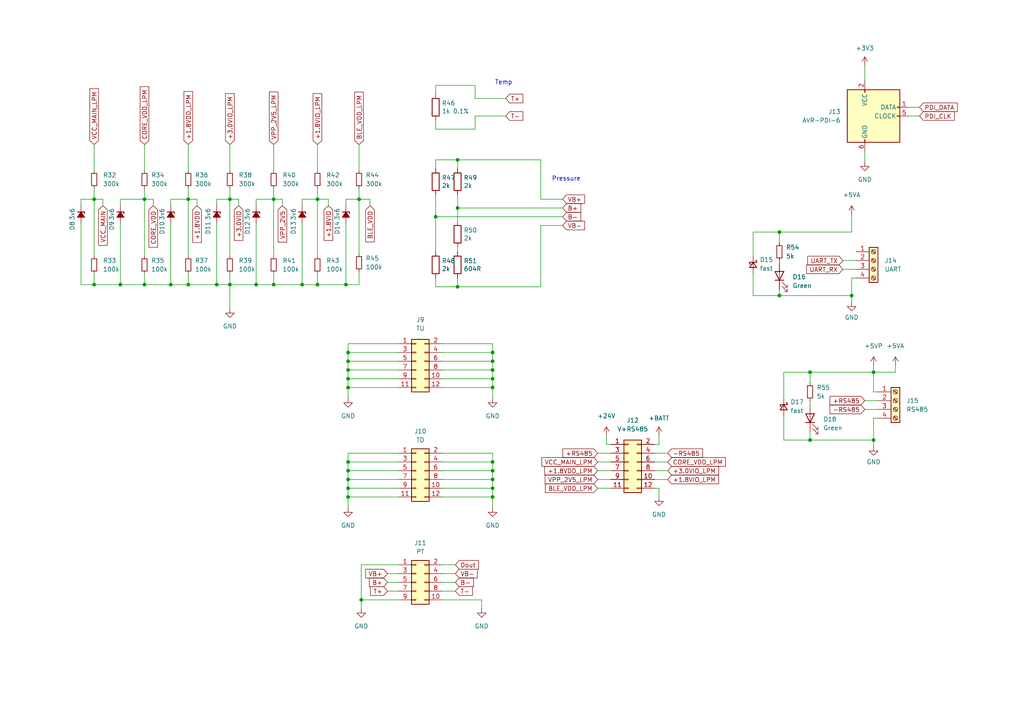
<source format=kicad_sch>
(kicad_sch (version 20211123) (generator eeschema)
  (paper "A4")
  (lib_symbols
    (symbol "Connector:AVR-PDI-6" (pin_names (offset 1.016))
      (property "Reference" "J" (at -6.35 8.89 0))
      (property "Value" "AVR-PDI-6" (at 0 8.89 0))
      (symbol "AVR-PDI-6_0_1"
        (rectangle (start -2.667 -6.858) (end -2.413 -7.62))
        (rectangle (start -2.667 7.62) (end -2.413 6.858))
        (rectangle (start 7.62 0.127) (end 6.858 -0.127))
        (rectangle (start 7.62 2.667) (end 6.858 2.413))
        (rectangle (start 7.62 7.62) (end -7.62 -7.62) (stroke (width 0.254)) (fill (type background)))
      )
      (symbol "AVR-PDI-6_1_1"
        (pin passive line (at 10.16 2.54 180) (length 2.54) (name "DATA") (number "1"))
        (pin passive line (at -2.54 10.16 270) (length 2.54) (name "VCC") (number "2"))
        (pin no_connect line (at 7.62 -2.54 180) (length 2.54) hide (name "NC") (number "3"))
        (pin no_connect line (at 7.62 -5.08 180) (length 2.54) hide (name "NC") (number "4"))
        (pin passive line (at 10.16 0 180) (length 2.54) (name "CLOCK") (number "5"))
        (pin passive line (at -2.54 -10.16 90) (length 2.54) (name "GND") (number "6"))
      )
    )
    (symbol "Connector:Screw_Terminal_01x04" (pin_names (offset 1.016) hide)
      (property "Reference" "J" (at 0 5.08 0))
      (property "Value" "Screw_Terminal_01x04" (at 0 -7.62 0))
      (symbol "Screw_Terminal_01x04_1_1"
        (rectangle (start -1.27 3.81) (end 1.27 -6.35) (stroke (width 0.254)) (fill (type background)))
        (circle (center 0 -5.08) (radius 0.635) (stroke (width 0.1524)))
        (circle (center 0 -2.54) (radius 0.635) (stroke (width 0.1524)))
        (polyline (pts (xy -0.5334 -4.7498) (xy 0.3302 -5.588)) (stroke (width 0.1524)))
        (polyline (pts (xy -0.5334 -2.2098) (xy 0.3302 -3.048)) (stroke (width 0.1524)))
        (polyline (pts (xy -0.5334 0.3302) (xy 0.3302 -0.508)) (stroke (width 0.1524)))
        (polyline (pts (xy -0.5334 2.8702) (xy 0.3302 2.032)) (stroke (width 0.1524)))
        (polyline (pts (xy -0.3556 -4.572) (xy 0.508 -5.4102)) (stroke (width 0.1524)))
        (polyline (pts (xy -0.3556 -2.032) (xy 0.508 -2.8702)) (stroke (width 0.1524)))
        (polyline (pts (xy -0.3556 0.508) (xy 0.508 -0.3302)) (stroke (width 0.1524)))
        (polyline (pts (xy -0.3556 3.048) (xy 0.508 2.2098)) (stroke (width 0.1524)))
        (circle (center 0 0) (radius 0.635) (stroke (width 0.1524)))
        (circle (center 0 2.54) (radius 0.635) (stroke (width 0.1524)))
        (pin passive line (at -5.08 2.54 0) (length 3.81) (name "Pin_1") (number "1"))
        (pin passive line (at -5.08 0 0) (length 3.81) (name "Pin_2") (number "2"))
        (pin passive line (at -5.08 -2.54 0) (length 3.81) (name "Pin_3") (number "3"))
        (pin passive line (at -5.08 -5.08 0) (length 3.81) (name "Pin_4") (number "4"))
      )
    )
    (symbol "Connector_Generic:Conn_02x05_Odd_Even" (pin_names (offset 1.016) hide)
      (property "Reference" "J" (at 1.27 7.62 0))
      (property "Value" "Conn_02x05_Odd_Even" (at 1.27 -7.62 0))
      (symbol "Conn_02x05_Odd_Even_1_1"
        (rectangle (start -1.27 -4.953) (end 0 -5.207) (stroke (width 0.1524)))
        (rectangle (start -1.27 -2.413) (end 0 -2.667) (stroke (width 0.1524)))
        (rectangle (start -1.27 0.127) (end 0 -0.127) (stroke (width 0.1524)))
        (rectangle (start -1.27 2.667) (end 0 2.413) (stroke (width 0.1524)))
        (rectangle (start -1.27 5.207) (end 0 4.953) (stroke (width 0.1524)))
        (rectangle (start -1.27 6.35) (end 3.81 -6.35) (stroke (width 0.254)) (fill (type background)))
        (rectangle (start 3.81 -4.953) (end 2.54 -5.207) (stroke (width 0.1524)))
        (rectangle (start 3.81 -2.413) (end 2.54 -2.667) (stroke (width 0.1524)))
        (rectangle (start 3.81 0.127) (end 2.54 -0.127) (stroke (width 0.1524)))
        (rectangle (start 3.81 2.667) (end 2.54 2.413) (stroke (width 0.1524)))
        (rectangle (start 3.81 5.207) (end 2.54 4.953) (stroke (width 0.1524)))
        (pin passive line (at -5.08 5.08 0) (length 3.81) (name "Pin_1") (number "1"))
        (pin passive line (at 7.62 -5.08 180) (length 3.81) (name "Pin_10") (number "10"))
        (pin passive line (at 7.62 5.08 180) (length 3.81) (name "Pin_2") (number "2"))
        (pin passive line (at -5.08 2.54 0) (length 3.81) (name "Pin_3") (number "3"))
        (pin passive line (at 7.62 2.54 180) (length 3.81) (name "Pin_4") (number "4"))
        (pin passive line (at -5.08 0 0) (length 3.81) (name "Pin_5") (number "5"))
        (pin passive line (at 7.62 0 180) (length 3.81) (name "Pin_6") (number "6"))
        (pin passive line (at -5.08 -2.54 0) (length 3.81) (name "Pin_7") (number "7"))
        (pin passive line (at 7.62 -2.54 180) (length 3.81) (name "Pin_8") (number "8"))
        (pin passive line (at -5.08 -5.08 0) (length 3.81) (name "Pin_9") (number "9"))
      )
    )
    (symbol "Connector_Generic:Conn_02x06_Odd_Even" (pin_names (offset 1.016) hide)
      (property "Reference" "J" (at 1.27 7.62 0))
      (property "Value" "Conn_02x06_Odd_Even" (at 1.27 -10.16 0))
      (symbol "Conn_02x06_Odd_Even_1_1"
        (rectangle (start -1.27 -7.493) (end 0 -7.747) (stroke (width 0.1524)))
        (rectangle (start -1.27 -4.953) (end 0 -5.207) (stroke (width 0.1524)))
        (rectangle (start -1.27 -2.413) (end 0 -2.667) (stroke (width 0.1524)))
        (rectangle (start -1.27 0.127) (end 0 -0.127) (stroke (width 0.1524)))
        (rectangle (start -1.27 2.667) (end 0 2.413) (stroke (width 0.1524)))
        (rectangle (start -1.27 5.207) (end 0 4.953) (stroke (width 0.1524)))
        (rectangle (start -1.27 6.35) (end 3.81 -8.89) (stroke (width 0.254)) (fill (type background)))
        (rectangle (start 3.81 -7.493) (end 2.54 -7.747) (stroke (width 0.1524)))
        (rectangle (start 3.81 -4.953) (end 2.54 -5.207) (stroke (width 0.1524)))
        (rectangle (start 3.81 -2.413) (end 2.54 -2.667) (stroke (width 0.1524)))
        (rectangle (start 3.81 0.127) (end 2.54 -0.127) (stroke (width 0.1524)))
        (rectangle (start 3.81 2.667) (end 2.54 2.413) (stroke (width 0.1524)))
        (rectangle (start 3.81 5.207) (end 2.54 4.953) (stroke (width 0.1524)))
        (pin passive line (at -5.08 5.08 0) (length 3.81) (name "Pin_1") (number "1"))
        (pin passive line (at 7.62 -5.08 180) (length 3.81) (name "Pin_10") (number "10"))
        (pin passive line (at -5.08 -7.62 0) (length 3.81) (name "Pin_11") (number "11"))
        (pin passive line (at 7.62 -7.62 180) (length 3.81) (name "Pin_12") (number "12"))
        (pin passive line (at 7.62 5.08 180) (length 3.81) (name "Pin_2") (number "2"))
        (pin passive line (at -5.08 2.54 0) (length 3.81) (name "Pin_3") (number "3"))
        (pin passive line (at 7.62 2.54 180) (length 3.81) (name "Pin_4") (number "4"))
        (pin passive line (at -5.08 0 0) (length 3.81) (name "Pin_5") (number "5"))
        (pin passive line (at 7.62 0 180) (length 3.81) (name "Pin_6") (number "6"))
        (pin passive line (at -5.08 -2.54 0) (length 3.81) (name "Pin_7") (number "7"))
        (pin passive line (at 7.62 -2.54 180) (length 3.81) (name "Pin_8") (number "8"))
        (pin passive line (at -5.08 -5.08 0) (length 3.81) (name "Pin_9") (number "9"))
      )
    )
    (symbol "Device:D_Schottky_Small" (pin_numbers hide) (pin_names (offset 0.254) hide)
      (property "Reference" "D" (at -1.27 2.032 0))
      (property "Value" "D_Schottky_Small" (at -7.112 -2.032 0))
      (symbol "D_Schottky_Small_0_1"
        (polyline (pts (xy -0.762 0) (xy 0.762 0)))
        (polyline (pts (xy 0.762 -1.016) (xy -0.762 0) (xy 0.762 1.016) (xy 0.762 -1.016)) (stroke (width 0.254)))
        (polyline (pts (xy -1.27 0.762) (xy -1.27 1.016) (xy -0.762 1.016) (xy -0.762 -1.016) (xy -0.254 -1.016) (xy -0.254 -0.762)) (stroke (width 0.254)))
      )
      (symbol "D_Schottky_Small_1_1"
        (pin passive line (at -2.54 0 0) (length 1.778) (name "K") (number "1"))
        (pin passive line (at 2.54 0 180) (length 1.778) (name "A") (number "2"))
      )
    )
    (symbol "Device:D_Zener_Small_Filled" (pin_numbers hide) (pin_names (offset 0.254) hide)
      (property "Reference" "D" (at 0 2.286 0))
      (property "Value" "D_Zener_Small_Filled" (at 0 -2.286 0))
      (symbol "D_Zener_Small_Filled_0_1"
        (polyline (pts (xy 0.762 0) (xy -0.762 0)))
        (polyline (pts (xy -0.254 1.016) (xy -0.762 1.016) (xy -0.762 -1.016)) (stroke (width 0.254)))
        (polyline (pts (xy 0.762 1.016) (xy -0.762 0) (xy 0.762 -1.016) (xy 0.762 1.016)) (stroke (width 0.254)) (fill (type outline)))
      )
      (symbol "D_Zener_Small_Filled_1_1"
        (pin passive line (at -2.54 0 0) (length 1.778) (name "K") (number "1"))
        (pin passive line (at 2.54 0 180) (length 1.778) (name "A") (number "2"))
      )
    )
    (symbol "Device:LED" (pin_numbers hide) (pin_names (offset 1.016) hide)
      (property "Reference" "D" (at 0 2.54 0))
      (property "Value" "LED" (at 0 -2.54 0))
      (symbol "LED_0_1"
        (polyline (pts (xy -1.27 -1.27) (xy -1.27 1.27)) (stroke (width 0.254)))
        (polyline (pts (xy -1.27 0) (xy 1.27 0)))
        (polyline (pts (xy 1.27 -1.27) (xy 1.27 1.27) (xy -1.27 0) (xy 1.27 -1.27)) (stroke (width 0.254)))
        (polyline (pts (xy -3.048 -0.762) (xy -4.572 -2.286) (xy -3.81 -2.286) (xy -4.572 -2.286) (xy -4.572 -1.524)))
        (polyline (pts (xy -1.778 -0.762) (xy -3.302 -2.286) (xy -2.54 -2.286) (xy -3.302 -2.286) (xy -3.302 -1.524)))
      )
      (symbol "LED_1_1"
        (pin passive line (at -3.81 0 0) (length 2.54) (name "K") (number "1"))
        (pin passive line (at 3.81 0 180) (length 2.54) (name "A") (number "2"))
      )
    )
    (symbol "Device:R" (pin_numbers hide) (pin_names (offset 0))
      (property "Reference" "R" (at 2.032 0 90))
      (property "Value" "R" (at 0 0 90))
      (symbol "R_0_1"
        (rectangle (start -1.016 -2.54) (end 1.016 2.54) (stroke (width 0.254)))
      )
      (symbol "R_1_1"
        (pin passive line (at 0 3.81 270) (length 1.27) (name "~") (number "1"))
        (pin passive line (at 0 -3.81 90) (length 1.27) (name "~") (number "2"))
      )
    )
    (symbol "Device:R_Small" (pin_numbers hide) (pin_names (offset 0.254) hide)
      (property "Reference" "R" (at 0.762 0.508 0))
      (property "Value" "R_Small" (at 0.762 -1.016 0))
      (symbol "R_Small_0_1"
        (rectangle (start -0.762 1.778) (end 0.762 -1.778) (stroke (width 0.2032)))
      )
      (symbol "R_Small_1_1"
        (pin passive line (at 0 2.54 270) (length 0.762) (name "~") (number "1"))
        (pin passive line (at 0 -2.54 90) (length 0.762) (name "~") (number "2"))
      )
    )
    (symbol "power:+24V" (power) (pin_names (offset 0))
      (property "Value" "+24V" (at 0 3.556 0))
      (symbol "+24V_0_1"
        (polyline (pts (xy -0.762 1.27) (xy 0 2.54)))
        (polyline (pts (xy 0 0) (xy 0 2.54)))
        (polyline (pts (xy 0 2.54) (xy 0.762 1.27)))
      )
      (symbol "+24V_1_1"
        (pin power_in line (at 0 0 90) (length 0) hide (name "+24V") (number "1"))
      )
    )
    (symbol "power:+3V3" (power) (pin_names (offset 0))
      (property "Value" "+3V3" (at 0 3.556 0))
      (symbol "+3V3_0_1"
        (polyline (pts (xy -0.762 1.27) (xy 0 2.54)))
        (polyline (pts (xy 0 0) (xy 0 2.54)))
        (polyline (pts (xy 0 2.54) (xy 0.762 1.27)))
      )
      (symbol "+3V3_1_1"
        (pin power_in line (at 0 0 90) (length 0) hide (name "+3V3") (number "1"))
      )
    )
    (symbol "power:+5VA" (power) (pin_names (offset 0))
      (property "Value" "+5VA" (at 0 3.556 0))
      (symbol "+5VA_0_1"
        (polyline (pts (xy -0.762 1.27) (xy 0 2.54)))
        (polyline (pts (xy 0 0) (xy 0 2.54)))
        (polyline (pts (xy 0 2.54) (xy 0.762 1.27)))
      )
      (symbol "+5VA_1_1"
        (pin power_in line (at 0 0 90) (length 0) hide (name "+5VA") (number "1"))
      )
    )
    (symbol "power:+5VP" (power) (pin_names (offset 0))
      (property "Value" "+5VP" (at 0 3.556 0))
      (symbol "+5VP_0_1"
        (polyline (pts (xy -0.762 1.27) (xy 0 2.54)))
        (polyline (pts (xy 0 0) (xy 0 2.54)))
        (polyline (pts (xy 0 2.54) (xy 0.762 1.27)))
      )
      (symbol "+5VP_1_1"
        (pin power_in line (at 0 0 90) (length 0) hide (name "+5VP") (number "1"))
      )
    )
    (symbol "power:+BATT" (power) (pin_names (offset 0))
      (property "Value" "+BATT" (at 0 3.556 0))
      (symbol "+BATT_0_1"
        (polyline (pts (xy -0.762 1.27) (xy 0 2.54)))
        (polyline (pts (xy 0 0) (xy 0 2.54)))
        (polyline (pts (xy 0 2.54) (xy 0.762 1.27)))
      )
      (symbol "+BATT_1_1"
        (pin power_in line (at 0 0 90) (length 0) hide (name "+BATT") (number "1"))
      )
    )
    (symbol "power:GND" (power) (pin_names (offset 0))
      (property "Value" "GND" (at 0 -3.81 0))
      (symbol "GND_0_1"
        (polyline (pts (xy 0 0) (xy 0 -1.27) (xy 1.27 -1.27) (xy 0 -2.54) (xy -1.27 -1.27) (xy 0 -1.27)))
      )
      (symbol "GND_1_1"
        (pin power_in line (at 0 0 270) (length 0) hide (name "GND") (number "1"))
      )
    )
  )
  (junction (at 92.075 82.55))
  (junction (at 92.075 57.785))
  (junction (at 142.875 144.145))
  (junction (at 100.965 112.395))
  (junction (at 142.875 109.855))
  (junction (at 100.965 141.605))
  (junction (at 66.675 57.785))
  (junction (at 142.875 136.525))
  (junction (at 126.365 62.865))
  (junction (at 41.91 82.55))
  (junction (at 66.675 82.55))
  (junction (at 142.875 141.605))
  (junction (at 100.965 102.235))
  (junction (at 142.875 107.315))
  (junction (at 49.53 82.55))
  (junction (at 104.775 173.99))
  (junction (at 100.965 139.065))
  (junction (at 100.965 109.855))
  (junction (at 100.965 136.525))
  (junction (at 79.375 82.55))
  (junction (at 100.33 82.55))
  (junction (at 234.95 107.95))
  (junction (at 226.06 85.725))
  (junction (at 142.875 104.775))
  (junction (at 54.61 57.785))
  (junction (at 100.965 107.315))
  (junction (at 79.375 57.785))
  (junction (at 104.14 57.785))
  (junction (at 142.875 112.395))
  (junction (at 234.95 127.635))
  (junction (at 226.06 67.31))
  (junction (at 142.875 102.235))
  (junction (at 142.875 139.065))
  (junction (at 74.295 82.55))
  (junction (at 27.305 82.55))
  (junction (at 34.925 82.55))
  (junction (at 41.91 57.785))
  (junction (at 27.305 57.785))
  (junction (at 253.365 127.635))
  (junction (at 87.63 82.55))
  (junction (at 253.365 107.95))
  (junction (at 100.965 144.145))
  (junction (at 247.015 85.725))
  (junction (at 142.875 133.985))
  (junction (at 132.715 46.355))
  (junction (at 132.715 60.325))
  (junction (at 54.61 82.55))
  (junction (at 132.715 83.185))
  (junction (at 100.965 104.775))
  (junction (at 100.965 133.985))
  (junction (at 62.865 82.55))
  (wire (pts (xy 69.215 57.785) (xy 66.675 57.785)))
  (wire (pts (xy 27.305 82.55) (xy 34.925 82.55)))
  (wire (pts (xy 79.375 41.91) (xy 79.375 49.53)))
  (wire (pts (xy 34.925 59.69) (xy 34.925 57.785)))
  (wire (pts (xy 100.965 136.525) (xy 100.965 139.065)))
  (wire (pts (xy 128.27 131.445) (xy 142.875 131.445)))
  (wire (pts (xy 49.53 57.785) (xy 54.61 57.785)))
  (wire (pts (xy 66.675 82.55) (xy 66.675 89.535)))
  (wire (pts (xy 112.395 168.91) (xy 115.57 168.91)))
  (wire (pts (xy 253.365 127.635) (xy 253.365 129.54)))
  (wire (pts (xy 100.965 131.445) (xy 100.965 133.985)))
  (wire (pts (xy 218.44 85.725) (xy 226.06 85.725)))
  (wire (pts (xy 34.925 64.77) (xy 34.925 82.55)))
  (wire (pts (xy 66.675 54.61) (xy 66.675 57.785)))
  (wire (pts (xy 100.965 144.145) (xy 115.57 144.145)))
  (wire (pts (xy 175.895 126.365) (xy 175.895 128.905)))
  (wire (pts (xy 126.365 37.465) (xy 126.365 34.925)))
  (wire (pts (xy 259.715 106.045) (xy 259.715 107.95)))
  (wire (pts (xy 234.95 111.125) (xy 234.95 107.95)))
  (wire (pts (xy 128.27 109.855) (xy 142.875 109.855)))
  (wire (pts (xy 189.865 141.605) (xy 191.135 141.605)))
  (wire (pts (xy 137.795 37.465) (xy 126.365 37.465)))
  (wire (pts (xy 100.965 141.605) (xy 115.57 141.605)))
  (wire (pts (xy 100.965 133.985) (xy 115.57 133.985)))
  (wire (pts (xy 254.635 121.285) (xy 253.365 121.285)))
  (wire (pts (xy 142.875 139.065) (xy 142.875 141.605)))
  (wire (pts (xy 189.865 139.065) (xy 193.675 139.065)))
  (wire (pts (xy 100.965 112.395) (xy 115.57 112.395)))
  (wire (pts (xy 27.305 79.375) (xy 27.305 82.55)))
  (wire (pts (xy 62.865 64.77) (xy 62.865 82.55)))
  (wire (pts (xy 226.06 85.725) (xy 247.015 85.725)))
  (wire (pts (xy 250.825 43.815) (xy 250.825 46.99)))
  (wire (pts (xy 87.63 64.77) (xy 87.63 82.55)))
  (wire (pts (xy 23.495 64.77) (xy 23.495 82.55)))
  (wire (pts (xy 69.215 59.69) (xy 69.215 57.785)))
  (wire (pts (xy 29.845 57.785) (xy 27.305 57.785)))
  (wire (pts (xy 132.715 83.185) (xy 126.365 83.185)))
  (wire (pts (xy 173.355 136.525) (xy 177.165 136.525)))
  (wire (pts (xy 100.965 104.775) (xy 100.965 107.315)))
  (wire (pts (xy 34.925 82.55) (xy 41.91 82.55)))
  (wire (pts (xy 100.965 109.855) (xy 115.57 109.855)))
  (wire (pts (xy 100.965 133.985) (xy 100.965 136.525)))
  (wire (pts (xy 104.14 78.74) (xy 104.14 82.55)))
  (wire (pts (xy 62.865 59.69) (xy 62.865 57.785)))
  (wire (pts (xy 126.365 46.355) (xy 132.715 46.355)))
  (wire (pts (xy 226.06 83.82) (xy 226.06 85.725)))
  (wire (pts (xy 54.61 79.375) (xy 54.61 82.55)))
  (wire (pts (xy 189.865 133.985) (xy 193.675 133.985)))
  (wire (pts (xy 244.475 75.565) (xy 248.285 75.565)))
  (wire (pts (xy 100.965 136.525) (xy 115.57 136.525)))
  (wire (pts (xy 27.305 54.61) (xy 27.305 57.785)))
  (wire (pts (xy 263.525 33.655) (xy 266.7 33.655)))
  (wire (pts (xy 128.27 133.985) (xy 142.875 133.985)))
  (wire (pts (xy 95.25 59.69) (xy 95.25 57.785)))
  (wire (pts (xy 66.675 82.55) (xy 74.295 82.55)))
  (wire (pts (xy 218.44 79.375) (xy 218.44 85.725)))
  (wire (pts (xy 132.715 46.355) (xy 156.845 46.355)))
  (wire (pts (xy 41.91 41.91) (xy 41.91 49.53)))
  (wire (pts (xy 27.305 41.91) (xy 27.305 49.53)))
  (wire (pts (xy 92.075 57.785) (xy 92.075 74.295)))
  (wire (pts (xy 189.865 131.445) (xy 193.675 131.445)))
  (wire (pts (xy 142.875 109.855) (xy 142.875 112.395)))
  (wire (pts (xy 49.53 59.69) (xy 49.53 57.785)))
  (wire (pts (xy 49.53 82.55) (xy 54.61 82.55)))
  (wire (pts (xy 191.135 128.905) (xy 189.865 128.905)))
  (wire (pts (xy 81.915 59.69) (xy 81.915 57.785)))
  (wire (pts (xy 54.61 82.55) (xy 62.865 82.55)))
  (wire (pts (xy 100.33 59.69) (xy 100.33 57.785)))
  (wire (pts (xy 54.61 57.785) (xy 54.61 74.295)))
  (wire (pts (xy 54.61 41.91) (xy 54.61 49.53)))
  (wire (pts (xy 142.875 136.525) (xy 142.875 139.065)))
  (wire (pts (xy 234.95 107.95) (xy 253.365 107.95)))
  (wire (pts (xy 104.775 173.99) (xy 115.57 173.99)))
  (wire (pts (xy 41.91 54.61) (xy 41.91 57.785)))
  (wire (pts (xy 107.315 57.785) (xy 104.14 57.785)))
  (wire (pts (xy 34.925 57.785) (xy 41.91 57.785)))
  (wire (pts (xy 74.295 64.77) (xy 74.295 82.55)))
  (wire (pts (xy 100.965 104.775) (xy 115.57 104.775)))
  (wire (pts (xy 253.365 107.95) (xy 253.365 113.665)))
  (wire (pts (xy 132.715 56.515) (xy 132.715 60.325)))
  (wire (pts (xy 54.61 54.61) (xy 54.61 57.785)))
  (wire (pts (xy 142.875 112.395) (xy 142.875 115.57)))
  (wire (pts (xy 23.495 59.69) (xy 23.495 57.785)))
  (wire (pts (xy 128.27 136.525) (xy 142.875 136.525)))
  (wire (pts (xy 79.375 82.55) (xy 87.63 82.55)))
  (wire (pts (xy 253.365 106.045) (xy 253.365 107.95)))
  (wire (pts (xy 74.295 57.785) (xy 79.375 57.785)))
  (wire (pts (xy 226.06 67.31) (xy 247.015 67.31)))
  (wire (pts (xy 142.875 112.395) (xy 128.27 112.395)))
  (wire (pts (xy 29.845 59.69) (xy 29.845 57.785)))
  (wire (pts (xy 137.795 33.655) (xy 137.795 37.465)))
  (wire (pts (xy 128.27 99.695) (xy 142.875 99.695)))
  (wire (pts (xy 142.875 131.445) (xy 142.875 133.985)))
  (wire (pts (xy 115.57 99.695) (xy 100.965 99.695)))
  (wire (pts (xy 92.075 54.61) (xy 92.075 57.785)))
  (wire (pts (xy 126.365 27.305) (xy 126.365 24.765)))
  (wire (pts (xy 250.825 19.05) (xy 250.825 23.495)))
  (wire (pts (xy 74.295 82.55) (xy 79.375 82.55)))
  (wire (pts (xy 189.865 136.525) (xy 193.675 136.525)))
  (wire (pts (xy 104.14 54.61) (xy 104.14 57.785)))
  (wire (pts (xy 248.285 80.645) (xy 247.015 80.645)))
  (wire (pts (xy 79.375 54.61) (xy 79.375 57.785)))
  (wire (pts (xy 132.715 60.325) (xy 163.195 60.325)))
  (wire (pts (xy 132.715 80.645) (xy 132.715 83.185)))
  (wire (pts (xy 191.135 126.365) (xy 191.135 128.905)))
  (wire (pts (xy 81.915 57.785) (xy 79.375 57.785)))
  (wire (pts (xy 250.825 118.745) (xy 254.635 118.745)))
  (wire (pts (xy 128.27 166.37) (xy 132.08 166.37)))
  (wire (pts (xy 44.45 59.69) (xy 44.45 57.785)))
  (wire (pts (xy 104.14 82.55) (xy 100.33 82.55)))
  (wire (pts (xy 132.715 83.185) (xy 156.845 83.185)))
  (wire (pts (xy 74.295 59.69) (xy 74.295 57.785)))
  (wire (pts (xy 95.25 57.785) (xy 92.075 57.785)))
  (wire (pts (xy 142.875 99.695) (xy 142.875 102.235)))
  (wire (pts (xy 66.675 57.785) (xy 66.675 74.295)))
  (wire (pts (xy 126.365 83.185) (xy 126.365 80.645)))
  (wire (pts (xy 244.475 78.105) (xy 248.285 78.105)))
  (wire (pts (xy 191.135 141.605) (xy 191.135 144.145)))
  (wire (pts (xy 100.33 57.785) (xy 104.14 57.785)))
  (wire (pts (xy 126.365 56.515) (xy 126.365 62.865)))
  (wire (pts (xy 156.845 65.405) (xy 163.195 65.405)))
  (wire (pts (xy 79.375 57.785) (xy 79.375 74.295)))
  (wire (pts (xy 128.27 168.91) (xy 132.08 168.91)))
  (wire (pts (xy 115.57 163.83) (xy 104.775 163.83)))
  (wire (pts (xy 227.33 120.65) (xy 227.33 127.635)))
  (wire (pts (xy 23.495 57.785) (xy 27.305 57.785)))
  (wire (pts (xy 128.27 141.605) (xy 142.875 141.605)))
  (wire (pts (xy 100.965 102.235) (xy 115.57 102.235)))
  (wire (pts (xy 23.495 82.55) (xy 27.305 82.55)))
  (wire (pts (xy 263.525 31.115) (xy 266.7 31.115)))
  (wire (pts (xy 247.015 85.725) (xy 247.015 87.63)))
  (wire (pts (xy 142.875 144.145) (xy 142.875 147.32)))
  (wire (pts (xy 57.15 59.69) (xy 57.15 57.785)))
  (wire (pts (xy 137.795 33.655) (xy 146.685 33.655)))
  (wire (pts (xy 128.27 163.83) (xy 132.08 163.83)))
  (wire (pts (xy 173.355 141.605) (xy 177.165 141.605)))
  (wire (pts (xy 175.895 128.905) (xy 177.165 128.905)))
  (wire (pts (xy 142.875 144.145) (xy 128.27 144.145)))
  (wire (pts (xy 100.965 107.315) (xy 115.57 107.315)))
  (wire (pts (xy 173.355 133.985) (xy 177.165 133.985)))
  (wire (pts (xy 247.015 62.23) (xy 247.015 67.31)))
  (wire (pts (xy 142.875 104.775) (xy 142.875 107.315)))
  (wire (pts (xy 115.57 131.445) (xy 100.965 131.445)))
  (wire (pts (xy 62.865 57.785) (xy 66.675 57.785)))
  (wire (pts (xy 104.14 57.785) (xy 104.14 73.66)))
  (wire (pts (xy 49.53 64.77) (xy 49.53 82.55)))
  (wire (pts (xy 142.875 133.985) (xy 142.875 136.525)))
  (wire (pts (xy 156.845 83.185) (xy 156.845 65.405)))
  (wire (pts (xy 100.33 64.77) (xy 100.33 82.55)))
  (wire (pts (xy 62.865 82.55) (xy 66.675 82.55)))
  (wire (pts (xy 92.075 41.91) (xy 92.075 49.53)))
  (wire (pts (xy 132.715 60.325) (xy 132.715 64.135)))
  (wire (pts (xy 142.875 102.235) (xy 142.875 104.775)))
  (wire (pts (xy 250.825 116.205) (xy 254.635 116.205)))
  (wire (pts (xy 253.365 113.665) (xy 254.635 113.665)))
  (wire (pts (xy 100.965 144.145) (xy 100.965 147.32)))
  (wire (pts (xy 126.365 48.895) (xy 126.365 46.355)))
  (wire (pts (xy 218.44 67.31) (xy 226.06 67.31)))
  (wire (pts (xy 139.7 173.99) (xy 128.27 173.99)))
  (wire (pts (xy 156.845 46.355) (xy 156.845 57.785)))
  (wire (pts (xy 227.33 107.95) (xy 234.95 107.95)))
  (wire (pts (xy 156.845 57.785) (xy 163.195 57.785)))
  (wire (pts (xy 100.965 107.315) (xy 100.965 109.855)))
  (wire (pts (xy 226.06 70.485) (xy 226.06 67.31)))
  (wire (pts (xy 234.95 125.095) (xy 234.95 127.635)))
  (wire (pts (xy 100.33 82.55) (xy 92.075 82.55)))
  (wire (pts (xy 79.375 79.375) (xy 79.375 82.55)))
  (wire (pts (xy 41.91 57.785) (xy 44.45 57.785)))
  (wire (pts (xy 132.715 46.355) (xy 132.715 48.895)))
  (wire (pts (xy 87.63 82.55) (xy 92.075 82.55)))
  (wire (pts (xy 100.965 102.235) (xy 100.965 104.775)))
  (wire (pts (xy 100.965 112.395) (xy 100.965 115.57)))
  (wire (pts (xy 128.27 102.235) (xy 142.875 102.235)))
  (wire (pts (xy 104.775 173.99) (xy 104.775 176.53)))
  (wire (pts (xy 41.91 82.55) (xy 49.53 82.55)))
  (wire (pts (xy 142.875 107.315) (xy 142.875 109.855)))
  (wire (pts (xy 100.965 139.065) (xy 100.965 141.605)))
  (wire (pts (xy 253.365 121.285) (xy 253.365 127.635)))
  (wire (pts (xy 218.44 74.295) (xy 218.44 67.31)))
  (wire (pts (xy 128.27 139.065) (xy 142.875 139.065)))
  (wire (pts (xy 137.795 28.575) (xy 137.795 24.765)))
  (wire (pts (xy 227.33 127.635) (xy 234.95 127.635)))
  (wire (pts (xy 142.875 141.605) (xy 142.875 144.145)))
  (wire (pts (xy 126.365 62.865) (xy 126.365 73.025)))
  (wire (pts (xy 137.795 28.575) (xy 146.685 28.575)))
  (wire (pts (xy 128.27 107.315) (xy 142.875 107.315)))
  (wire (pts (xy 247.015 80.645) (xy 247.015 85.725)))
  (wire (pts (xy 137.795 24.765) (xy 126.365 24.765)))
  (wire (pts (xy 92.075 82.55) (xy 92.075 79.375)))
  (wire (pts (xy 66.675 41.91) (xy 66.675 49.53)))
  (wire (pts (xy 173.355 131.445) (xy 177.165 131.445)))
  (wire (pts (xy 112.395 171.45) (xy 115.57 171.45)))
  (wire (pts (xy 100.965 99.695) (xy 100.965 102.235)))
  (wire (pts (xy 27.305 57.785) (xy 27.305 74.295)))
  (wire (pts (xy 259.715 107.95) (xy 253.365 107.95)))
  (wire (pts (xy 41.91 79.375) (xy 41.91 82.55)))
  (wire (pts (xy 139.7 173.99) (xy 139.7 176.53)))
  (wire (pts (xy 87.63 59.69) (xy 87.63 57.785)))
  (wire (pts (xy 41.91 57.785) (xy 41.91 74.295)))
  (wire (pts (xy 87.63 57.785) (xy 92.075 57.785)))
  (wire (pts (xy 234.95 127.635) (xy 253.365 127.635)))
  (wire (pts (xy 104.14 41.91) (xy 104.14 49.53)))
  (wire (pts (xy 112.395 166.37) (xy 115.57 166.37)))
  (wire (pts (xy 227.33 115.57) (xy 227.33 107.95)))
  (wire (pts (xy 128.27 104.775) (xy 142.875 104.775)))
  (wire (pts (xy 66.675 79.375) (xy 66.675 82.55)))
  (wire (pts (xy 107.315 59.69) (xy 107.315 57.785)))
  (wire (pts (xy 173.355 139.065) (xy 177.165 139.065)))
  (wire (pts (xy 126.365 62.865) (xy 163.195 62.865)))
  (wire (pts (xy 100.965 141.605) (xy 100.965 144.145)))
  (wire (pts (xy 57.15 57.785) (xy 54.61 57.785)))
  (wire (pts (xy 128.27 171.45) (xy 132.08 171.45)))
  (wire (pts (xy 100.965 109.855) (xy 100.965 112.395)))
  (wire (pts (xy 132.715 71.755) (xy 132.715 73.025)))
  (wire (pts (xy 226.06 75.565) (xy 226.06 76.2)))
  (wire (pts (xy 100.965 139.065) (xy 115.57 139.065)))
  (wire (pts (xy 104.775 163.83) (xy 104.775 173.99)))
  (wire (pts (xy 234.95 116.205) (xy 234.95 117.475)))
  (text "Pressure\n" (at 160.02 52.705 0) (effects (font (size 1.27 1.27)) (justify left bottom)))
  (text "Temp\n" (at 143.51 24.765 0) (effects (font (size 1.27 1.27)) (justify left bottom)))
  (global_label "B+" (shape input) (at 163.195 60.325 0) (property "Intersheet References" "${INTERSHEET_REFS}" (effects hide)))
  (global_label "BLE_VDD" (shape input) (at 107.315 59.69 270) (property "Intersheet References" "${INTERSHEET_REFS}" (effects hide)))
  (global_label "+3.0VIO_LPM" (shape input) (at 193.675 136.525 0) (property "Intersheet References" "${INTERSHEET_REFS}" (effects hide)))
  (global_label "VCC_MAIN_LPM" (shape input) (at 27.305 41.91 90) (property "Intersheet References" "${INTERSHEET_REFS}" (effects hide)))
  (global_label "+3.0VIO_LPM" (shape input) (at 66.675 41.91 90) (property "Intersheet References" "${INTERSHEET_REFS}" (effects hide)))
  (global_label "CORE_VDD_LPM" (shape input) (at 193.675 133.985 0) (property "Intersheet References" "${INTERSHEET_REFS}" (effects hide)))
  (global_label "T-" (shape input) (at 132.08 171.45 0) (property "Intersheet References" "${INTERSHEET_REFS}" (effects hide)))
  (global_label "PDI_CLK" (shape input) (at 266.7 33.655 0) (property "Intersheet References" "${INTERSHEET_REFS}" (effects hide)))
  (global_label "VPP_2V5" (shape input) (at 81.915 59.69 270) (property "Intersheet References" "${INTERSHEET_REFS}" (effects hide)))
  (global_label "CORE_VDD_LPM" (shape input) (at 41.91 41.91 90) (property "Intersheet References" "${INTERSHEET_REFS}" (effects hide)))
  (global_label "UART_TX" (shape input) (at 244.475 75.565 180) (property "Intersheet References" "${INTERSHEET_REFS}" (effects hide)))
  (global_label "+RS485" (shape input) (at 250.825 116.205 180) (property "Intersheet References" "${INTERSHEET_REFS}" (effects hide)))
  (global_label "T-" (shape input) (at 146.685 33.655 0) (property "Intersheet References" "${INTERSHEET_REFS}" (effects hide)))
  (global_label "+3.0VIO" (shape input) (at 69.215 59.69 270) (property "Intersheet References" "${INTERSHEET_REFS}" (effects hide)))
  (global_label "VB-" (shape input) (at 132.08 166.37 0) (property "Intersheet References" "${INTERSHEET_REFS}" (effects hide)))
  (global_label "T+" (shape input) (at 112.395 171.45 180) (property "Intersheet References" "${INTERSHEET_REFS}" (effects hide)))
  (global_label "B-" (shape input) (at 163.195 62.865 0) (property "Intersheet References" "${INTERSHEET_REFS}" (effects hide)))
  (global_label "T+" (shape input) (at 146.685 28.575 0) (property "Intersheet References" "${INTERSHEET_REFS}" (effects hide)))
  (global_label "VB+" (shape input) (at 112.395 166.37 180) (property "Intersheet References" "${INTERSHEET_REFS}" (effects hide)))
  (global_label "+1.8VDD_LPM" (shape input) (at 173.355 136.525 180) (property "Intersheet References" "${INTERSHEET_REFS}" (effects hide)))
  (global_label "VPP_2V5_LPM" (shape input) (at 79.375 41.91 90) (property "Intersheet References" "${INTERSHEET_REFS}" (effects hide)))
  (global_label "CORE_VDD" (shape input) (at 44.45 59.69 270) (property "Intersheet References" "${INTERSHEET_REFS}" (effects hide)))
  (global_label "B+" (shape input) (at 112.395 168.91 180) (property "Intersheet References" "${INTERSHEET_REFS}" (effects hide)))
  (global_label "+RS485" (shape input) (at 173.355 131.445 180) (property "Intersheet References" "${INTERSHEET_REFS}" (effects hide)))
  (global_label "+1.8VDD" (shape input) (at 57.15 59.69 270) (property "Intersheet References" "${INTERSHEET_REFS}" (effects hide)))
  (global_label "PDI_DATA" (shape input) (at 266.7 31.115 0) (property "Intersheet References" "${INTERSHEET_REFS}" (effects hide)))
  (global_label "-RS485" (shape input) (at 250.825 118.745 180) (property "Intersheet References" "${INTERSHEET_REFS}" (effects hide)))
  (global_label "-RS485" (shape input) (at 193.675 131.445 0) (property "Intersheet References" "${INTERSHEET_REFS}" (effects hide)))
  (global_label "VCC_MAIN" (shape input) (at 29.845 59.69 270) (property "Intersheet References" "${INTERSHEET_REFS}" (effects hide)))
  (global_label "+1.8VIO_LPM" (shape input) (at 92.075 41.91 90) (property "Intersheet References" "${INTERSHEET_REFS}" (effects hide)))
  (global_label "+1.8VIO_LPM" (shape input) (at 193.675 139.065 0) (property "Intersheet References" "${INTERSHEET_REFS}" (effects hide)))
  (global_label "UART_RX" (shape input) (at 244.475 78.105 180) (property "Intersheet References" "${INTERSHEET_REFS}" (effects hide)))
  (global_label "BLE_VDD_LPM" (shape input) (at 104.14 41.91 90) (property "Intersheet References" "${INTERSHEET_REFS}" (effects hide)))
  (global_label "Dout" (shape input) (at 132.08 163.83 0) (property "Intersheet References" "${INTERSHEET_REFS}" (effects hide)))
  (global_label "VB-" (shape input) (at 163.195 65.405 0) (property "Intersheet References" "${INTERSHEET_REFS}" (effects hide)))
  (global_label "B-" (shape input) (at 132.08 168.91 0) (property "Intersheet References" "${INTERSHEET_REFS}" (effects hide)))
  (global_label "BLE_VDD_LPM" (shape input) (at 173.355 141.605 180) (property "Intersheet References" "${INTERSHEET_REFS}" (effects hide)))
  (global_label "VCC_MAIN_LPM" (shape input) (at 173.355 133.985 180) (property "Intersheet References" "${INTERSHEET_REFS}" (effects hide)))
  (global_label "+1.8VDD_LPM" (shape input) (at 54.61 41.91 90) (property "Intersheet References" "${INTERSHEET_REFS}" (effects hide)))
  (global_label "VPP_2V5_LPM" (shape input) (at 173.355 139.065 180) (property "Intersheet References" "${INTERSHEET_REFS}" (effects hide)))
  (global_label "+1.8VIO" (shape input) (at 95.25 59.69 270) (property "Intersheet References" "${INTERSHEET_REFS}" (effects hide)))
  (global_label "VB+" (shape input) (at 163.195 57.785 0) (property "Intersheet References" "${INTERSHEET_REFS}" (effects hide)))
  (symbol (lib_id "Device:R_Small") (at 54.61 76.835 0) (unit 1)
    (property "Reference" "R37" (at 56.515 75.5649 0) (effects (justify left)))
    (property "Value" "100k" (at 56.515 78.1049 0) (effects (justify left)))
    (property "Footprint" "Resistor_SMD:R_0805_2012Metric_Pad1.20x1.40mm_HandSolder" (effects hide))
  )
  (symbol (lib_id "Connector:Screw_Terminal_01x04") (at 259.715 116.205 0) (unit 1)
    (property "Reference" "J15" (at 262.89 116.2049 0) (effects (justify left)))
    (property "Value" "RS485" (at 262.89 118.7449 0) (effects (justify left)))
    (property "Footprint" "David_packages:4pos_terminal" (effects hide))
    (property "Farnell" "2007987" (effects hide))
  )
  (symbol (lib_id "Device:R_Small") (at 92.075 76.835 0) (unit 1)
    (property "Reference" "R43" (at 94.615 75.5649 0) (effects (justify left)))
    (property "Value" "100k" (at 94.615 78.1049 0) (effects (justify left)))
    (property "Footprint" "Resistor_SMD:R_0805_2012Metric_Pad1.20x1.40mm_HandSolder" (effects hide))
  )
  (symbol (lib_id "power:GND") (at 191.135 144.145 0) (unit 1)
    (property "Reference" "#PWR0140" (effects hide))
    (property "Value" "GND" (at 191.135 149.225 0))
  )
  (symbol (lib_id "power:GND") (at 139.7 176.53 0) (unit 1)
    (property "Reference" "#PWR0131" (effects hide))
    (property "Value" "GND" (at 139.7 181.61 0))
  )
  (symbol (lib_id "Device:LED") (at 226.06 80.01 90) (unit 1)
    (property "Reference" "D16" (at 229.87 80.3274 90) (effects (justify right)))
    (property "Value" "Green" (at 229.87 82.8674 90) (effects (justify right)))
    (property "Footprint" "LED_SMD:LED_0402_1005Metric_Pad0.77x0.64mm_HandSolder" (effects hide))
    (property "Farnell" "2507544" (effects hide))
  )
  (symbol (lib_id "Device:D_Zener_Small_Filled") (at 23.495 62.23 270) (unit 1)
    (property "Reference" "D8" (at 20.955 64.135 0) (effects (justify left)))
    (property "Value" "3v6" (at 20.955 60.325 0) (effects (justify left)))
    (property "Footprint" "transus-instruments:BZX84C3V6" (effects hide))
    (property "Farnell" "1902466" (effects hide))
  )
  (symbol (lib_id "Device:D_Zener_Small_Filled") (at 49.53 62.23 270) (unit 1)
    (property "Reference" "D10" (at 46.99 64.135 0) (effects (justify left)))
    (property "Value" "3v6" (at 46.99 60.325 0) (effects (justify left)))
    (property "Footprint" "transus-instruments:BZX84C3V6" (effects hide))
    (property "Farnell" "1902466" (effects hide))
  )
  (symbol (lib_id "Device:R_Small") (at 66.675 52.07 0) (unit 1)
    (property "Reference" "R38" (at 69.215 50.7999 0) (effects (justify left)))
    (property "Value" "300k" (at 69.215 53.3399 0) (effects (justify left)))
    (property "Footprint" "Resistor_SMD:R_0805_2012Metric_Pad1.20x1.40mm_HandSolder" (effects hide))
  )
  (symbol (lib_id "Device:D_Zener_Small_Filled") (at 100.33 62.23 270) (unit 1)
    (property "Reference" "D14" (at 97.79 64.135 0) (effects (justify left)))
    (property "Value" "3v6" (at 97.79 60.325 0) (effects (justify left)))
    (property "Footprint" "transus-instruments:BZX84C3V6" (effects hide))
    (property "Farnell" "1902466" (effects hide))
  )
  (symbol (lib_id "power:GND") (at 253.365 129.54 0) (unit 1)
    (property "Reference" "#PWR0139" (effects hide))
    (property "Value" "GND" (at 253.365 133.985 0))
  )
  (symbol (lib_id "Device:D_Zener_Small_Filled") (at 74.295 62.23 270) (unit 1)
    (property "Reference" "D12" (at 71.755 64.135 0) (effects (justify left)))
    (property "Value" "3v6" (at 71.755 60.325 0) (effects (justify left)))
    (property "Footprint" "transus-instruments:BZX84C3V6" (effects hide))
    (property "Farnell" "1902466" (effects hide))
  )
  (symbol (lib_id "Device:R") (at 132.715 52.705 0) (unit 1)
    (property "Reference" "R49" (at 134.493 51.5366 0) (effects (justify left)))
    (property "Value" "2k" (at 134.493 53.848 0) (effects (justify left)))
    (property "Footprint" "Resistor_SMD:R_0805_2012Metric_Pad1.20x1.40mm_HandSolder" (effects hide))
  )
  (symbol (lib_id "Device:R_Small") (at 104.14 52.07 0) (unit 1)
    (property "Reference" "R44" (at 106.045 50.7999 0) (effects (justify left)))
    (property "Value" "300k" (at 106.045 53.3399 0) (effects (justify left)))
    (property "Footprint" "Resistor_SMD:R_0805_2012Metric_Pad1.20x1.40mm_HandSolder" (effects hide))
  )
  (symbol (lib_id "power:+3V3") (at 250.825 19.05 0) (unit 1)
    (property "Reference" "#PWR0135" (effects hide))
    (property "Value" "+3V3" (at 250.825 13.97 0))
  )
  (symbol (lib_id "power:GND") (at 250.825 46.99 0) (unit 1)
    (property "Reference" "#PWR0136" (effects hide))
    (property "Value" "GND" (at 250.825 52.07 0))
  )
  (symbol (lib_id "power:GND") (at 100.965 147.32 0) (unit 1)
    (property "Reference" "#PWR0129" (effects hide))
    (property "Value" "GND" (at 100.965 152.4 0))
  )
  (symbol (lib_id "power:GND") (at 142.875 115.57 0) (unit 1)
    (property "Reference" "#PWR0133" (effects hide))
    (property "Value" "GND" (at 142.875 120.65 0))
  )
  (symbol (lib_id "Device:R_Small") (at 234.95 113.665 0) (unit 1)
    (property "Reference" "R55" (at 236.855 112.3949 0) (effects (justify left)))
    (property "Value" "5k" (at 236.855 114.9349 0) (effects (justify left)))
    (property "Footprint" "Resistor_SMD:R_0805_2012Metric_Pad1.20x1.40mm_HandSolder" (effects hide))
  )
  (symbol (lib_id "Device:D_Schottky_Small") (at 227.33 118.11 270) (unit 1)
    (property "Reference" "D17" (at 229.235 116.5859 90) (effects (justify left)))
    (property "Value" "fast" (at 229.235 119.1259 90) (effects (justify left)))
    (property "Footprint" "Diode_SMD:D_SOD-128" (effects hide))
    (property "Farnell" "1829204" (effects hide))
  )
  (symbol (lib_id "power:+BATT") (at 191.135 126.365 0) (unit 1)
    (property "Reference" "#PWR0142" (effects hide))
    (property "Value" "+BATT" (at 191.135 121.285 0))
  )
  (symbol (lib_id "power:+5VA") (at 247.015 62.23 0) (unit 1)
    (property "Reference" "#PWR0138" (effects hide))
    (property "Value" "+5VA" (at 247.015 56.515 0))
  )
  (symbol (lib_id "Device:R_Small") (at 41.91 52.07 0) (unit 1)
    (property "Reference" "R34" (at 43.815 50.7999 0) (effects (justify left)))
    (property "Value" "300k" (at 43.815 53.3399 0) (effects (justify left)))
    (property "Footprint" "Resistor_SMD:R_0805_2012Metric_Pad1.20x1.40mm_HandSolder" (effects hide))
  )
  (symbol (lib_id "Connector_Generic:Conn_02x05_Odd_Even") (at 120.65 168.91 0) (unit 1)
    (property "Reference" "J11" (at 121.92 157.48 0))
    (property "Value" "PT" (at 121.92 160.02 0))
    (property "Footprint" "Connector_PinHeader_2.54mm:PinHeader_2x05_P2.54mm_Vertical" (effects hide))
  )
  (symbol (lib_id "Device:R_Small") (at 104.14 76.2 0) (unit 1)
    (property "Reference" "R45" (at 106.045 74.9299 0) (effects (justify left)))
    (property "Value" "100k" (at 106.045 77.4699 0) (effects (justify left)))
    (property "Footprint" "Resistor_SMD:R_0805_2012Metric_Pad1.20x1.40mm_HandSolder" (effects hide))
  )
  (symbol (lib_id "Device:R") (at 132.715 76.835 0) (unit 1)
    (property "Reference" "R51" (at 134.493 75.6666 0) (effects (justify left)))
    (property "Value" "604R" (at 134.493 77.978 0) (effects (justify left)))
    (property "Footprint" "Resistor_SMD:R_0805_2012Metric_Pad1.20x1.40mm_HandSolder" (effects hide))
  )
  (symbol (lib_id "Connector_Generic:Conn_02x06_Odd_Even") (at 182.245 133.985 0) (unit 1)
    (property "Reference" "J12" (at 183.515 121.92 0))
    (property "Value" "V+RS485" (at 183.515 124.46 0))
    (property "Footprint" "Connector_PinHeader_2.54mm:PinHeader_2x06_P2.54mm_Vertical" (effects hide))
  )
  (symbol (lib_id "power:GND") (at 104.775 176.53 0) (unit 1)
    (property "Reference" "#PWR0132" (effects hide))
    (property "Value" "GND" (at 104.775 181.61 0))
  )
  (symbol (lib_id "Device:R_Small") (at 66.675 76.835 0) (unit 1)
    (property "Reference" "R39" (at 69.215 75.5649 0) (effects (justify left)))
    (property "Value" "100k" (at 69.215 78.1049 0) (effects (justify left)))
    (property "Footprint" "Resistor_SMD:R_0805_2012Metric_Pad1.20x1.40mm_HandSolder" (effects hide))
  )
  (symbol (lib_id "Device:R_Small") (at 226.06 73.025 0) (unit 1)
    (property "Reference" "R54" (at 227.965 71.7549 0) (effects (justify left)))
    (property "Value" "5k" (at 227.965 74.2949 0) (effects (justify left)))
    (property "Footprint" "Resistor_SMD:R_0805_2012Metric_Pad1.20x1.40mm_HandSolder" (effects hide))
  )
  (symbol (lib_id "Connector_Generic:Conn_02x06_Odd_Even") (at 120.65 104.775 0) (unit 1)
    (property "Reference" "J9" (at 121.92 92.71 0))
    (property "Value" "TU" (at 121.92 95.25 0))
    (property "Footprint" "Connector_PinHeader_2.54mm:PinHeader_2x06_P2.54mm_Vertical" (effects hide))
  )
  (symbol (lib_id "power:GND") (at 247.015 87.63 0) (unit 1)
    (property "Reference" "#PWR0137" (effects hide))
    (property "Value" "GND" (at 247.015 92.075 0))
  )
  (symbol (lib_id "Device:R_Small") (at 79.375 52.07 0) (unit 1)
    (property "Reference" "R40" (at 81.915 50.7999 0) (effects (justify left)))
    (property "Value" "300k" (at 81.915 53.3399 0) (effects (justify left)))
    (property "Footprint" "Resistor_SMD:R_0805_2012Metric_Pad1.20x1.40mm_HandSolder" (effects hide))
  )
  (symbol (lib_id "Device:R_Small") (at 92.075 52.07 0) (unit 1)
    (property "Reference" "R42" (at 94.615 50.7999 0) (effects (justify left)))
    (property "Value" "300k" (at 94.615 53.3399 0) (effects (justify left)))
    (property "Footprint" "Resistor_SMD:R_0805_2012Metric_Pad1.20x1.40mm_HandSolder" (effects hide))
  )
  (symbol (lib_id "power:+5VP") (at 253.365 106.045 0) (unit 1)
    (property "Reference" "#PWR0134" (effects hide))
    (property "Value" "+5VP" (at 253.365 100.33 0))
  )
  (symbol (lib_id "Device:R_Small") (at 54.61 52.07 0) (unit 1)
    (property "Reference" "R36" (at 56.515 50.7999 0) (effects (justify left)))
    (property "Value" "300k" (at 56.515 53.3399 0) (effects (justify left)))
    (property "Footprint" "Resistor_SMD:R_0805_2012Metric_Pad1.20x1.40mm_HandSolder" (effects hide))
  )
  (symbol (lib_id "Device:R_Small") (at 27.305 76.835 0) (unit 1)
    (property "Reference" "R33" (at 29.845 75.5649 0) (effects (justify left)))
    (property "Value" "100k" (at 29.845 78.1049 0) (effects (justify left)))
    (property "Footprint" "Resistor_SMD:R_0805_2012Metric_Pad1.20x1.40mm_HandSolder" (effects hide))
  )
  (symbol (lib_id "Device:D_Zener_Small_Filled") (at 34.925 62.23 270) (unit 1)
    (property "Reference" "D9" (at 32.385 64.135 0) (effects (justify left)))
    (property "Value" "3v6" (at 32.385 60.325 0) (effects (justify left)))
    (property "Footprint" "transus-instruments:BZX84C3V6" (effects hide))
    (property "Farnell" "1902466" (effects hide))
  )
  (symbol (lib_id "power:GND") (at 66.675 89.535 0) (unit 1)
    (property "Reference" "#PWR0127" (effects hide))
    (property "Value" "GND" (at 66.675 94.615 0))
  )
  (symbol (lib_id "power:+5VA") (at 259.715 106.045 0) (unit 1)
    (property "Reference" "#PWR0146" (effects hide))
    (property "Value" "+5VA" (at 259.715 100.33 0))
  )
  (symbol (lib_id "Device:R_Small") (at 41.91 76.835 0) (unit 1)
    (property "Reference" "R35" (at 43.815 75.5649 0) (effects (justify left)))
    (property "Value" "100k" (at 43.815 78.1049 0) (effects (justify left)))
    (property "Footprint" "Resistor_SMD:R_0805_2012Metric_Pad1.20x1.40mm_HandSolder" (effects hide))
  )
  (symbol (lib_id "Device:R") (at 126.365 31.115 0) (unit 1)
    (property "Reference" "R46" (at 128.143 29.9466 0) (effects (justify left)))
    (property "Value" "1k 0.1%" (at 128.143 32.258 0) (effects (justify left)))
    (property "Footprint" "Resistor_SMD:R_0805_2012Metric_Pad1.20x1.40mm_HandSolder" (effects hide))
  )
  (symbol (lib_id "Device:R_Small") (at 27.305 52.07 0) (unit 1)
    (property "Reference" "R32" (at 29.845 50.7999 0) (effects (justify left)))
    (property "Value" "300k" (at 29.845 53.3399 0) (effects (justify left)))
    (property "Footprint" "Resistor_SMD:R_0805_2012Metric_Pad1.20x1.40mm_HandSolder" (effects hide))
  )
  (symbol (lib_id "Device:LED") (at 234.95 121.285 90) (unit 1)
    (property "Reference" "D18" (at 238.76 121.6024 90) (effects (justify right)))
    (property "Value" "Green" (at 238.76 124.1424 90) (effects (justify right)))
    (property "Footprint" "LED_SMD:LED_0402_1005Metric_Pad0.77x0.64mm_HandSolder" (effects hide))
    (property "Farnell" "2507544" (effects hide))
  )
  (symbol (lib_id "Device:R") (at 126.365 76.835 0) (unit 1)
    (property "Reference" "R48" (at 128.143 75.6666 0) (effects (justify left)))
    (property "Value" "2k" (at 128.143 77.978 0) (effects (justify left)))
    (property "Footprint" "Resistor_SMD:R_0805_2012Metric_Pad1.20x1.40mm_HandSolder" (effects hide))
  )
  (symbol (lib_id "power:GND") (at 100.965 115.57 0) (unit 1)
    (property "Reference" "#PWR0128" (effects hide))
    (property "Value" "GND" (at 100.965 120.65 0))
  )
  (symbol (lib_id "power:+24V") (at 175.895 126.365 0) (unit 1)
    (property "Reference" "#PWR0141" (effects hide))
    (property "Value" "+24V" (at 175.895 120.65 0))
  )
  (symbol (lib_id "Device:D_Zener_Small_Filled") (at 62.865 62.23 270) (unit 1)
    (property "Reference" "D11" (at 60.325 64.135 0) (effects (justify left)))
    (property "Value" "3v6" (at 60.325 60.325 0) (effects (justify left)))
    (property "Footprint" "transus-instruments:BZX84C3V6" (effects hide))
    (property "Farnell" "1902466" (effects hide))
  )
  (symbol (lib_id "Device:D_Schottky_Small") (at 218.44 76.835 270) (unit 1)
    (property "Reference" "D15" (at 220.345 75.3109 90) (effects (justify left)))
    (property "Value" "fast" (at 220.345 77.8509 90) (effects (justify left)))
    (property "Footprint" "Diode_SMD:D_SOD-128" (effects hide))
    (property "Farnell" "1829204" (effects hide))
  )
  (symbol (lib_id "power:GND") (at 142.875 147.32 0) (unit 1)
    (property "Reference" "#PWR0130" (effects hide))
    (property "Value" "GND" (at 142.875 152.4 0))
  )
  (symbol (lib_id "Device:D_Zener_Small_Filled") (at 87.63 62.23 270) (unit 1)
    (property "Reference" "D13" (at 85.09 64.135 0) (effects (justify left)))
    (property "Value" "3v6" (at 85.09 60.325 0) (effects (justify left)))
    (property "Footprint" "transus-instruments:BZX84C3V6" (effects hide))
    (property "Farnell" "1902466" (effects hide))
  )
  (symbol (lib_id "Connector:Screw_Terminal_01x04") (at 253.365 75.565 0) (unit 1)
    (property "Reference" "J14" (at 256.54 75.5649 0) (effects (justify left)))
    (property "Value" "UART" (at 256.54 78.1049 0) (effects (justify left)))
    (property "Footprint" "David_packages:4pos_terminal" (effects hide))
    (property "Farnell" "2007987" (effects hide))
  )
  (symbol (lib_id "Device:R_Small") (at 79.375 76.835 0) (unit 1)
    (property "Reference" "R41" (at 81.915 75.5649 0) (effects (justify left)))
    (property "Value" "100k" (at 81.915 78.1049 0) (effects (justify left)))
    (property "Footprint" "Resistor_SMD:R_0805_2012Metric_Pad1.20x1.40mm_HandSolder" (effects hide))
  )
  (symbol (lib_id "Connector:AVR-PDI-6") (at 253.365 33.655 0) (unit 1)
    (property "Reference" "J13" (at 243.84 32.3849 0) (effects (justify right)))
    (property "Value" "AVR-PDI-6" (at 243.84 34.9249 0) (effects (justify right)))
    (property "Footprint" "David_packages:AVR-PDI-TAG-CONNECT" (effects hide))
    (property "Datasheet" " ~" (effects hide))
  )
  (symbol (lib_id "Device:R") (at 126.365 52.705 0) (unit 1)
    (property "Reference" "R47" (at 128.143 51.5366 0) (effects (justify left)))
    (property "Value" "2k" (at 128.143 53.848 0) (effects (justify left)))
    (property "Footprint" "Resistor_SMD:R_0805_2012Metric_Pad1.20x1.40mm_HandSolder" (effects hide))
  )
  (symbol (lib_id "Connector_Generic:Conn_02x06_Odd_Even") (at 120.65 136.525 0) (unit 1)
    (property "Reference" "J10" (at 121.92 125.095 0))
    (property "Value" "TD" (at 121.92 127.635 0))
    (property "Footprint" "Connector_PinHeader_2.54mm:PinHeader_2x06_P2.54mm_Vertical" (effects hide))
  )
  (symbol (lib_id "Device:R") (at 132.715 67.945 0) (unit 1)
    (property "Reference" "R50" (at 134.493 66.7766 0) (effects (justify left)))
    (property "Value" "2k" (at 134.493 69.088 0) (effects (justify left)))
    (property "Footprint" "Resistor_SMD:R_0805_2012Metric_Pad1.20x1.40mm_HandSolder" (effects hide))
  )
)
</source>
